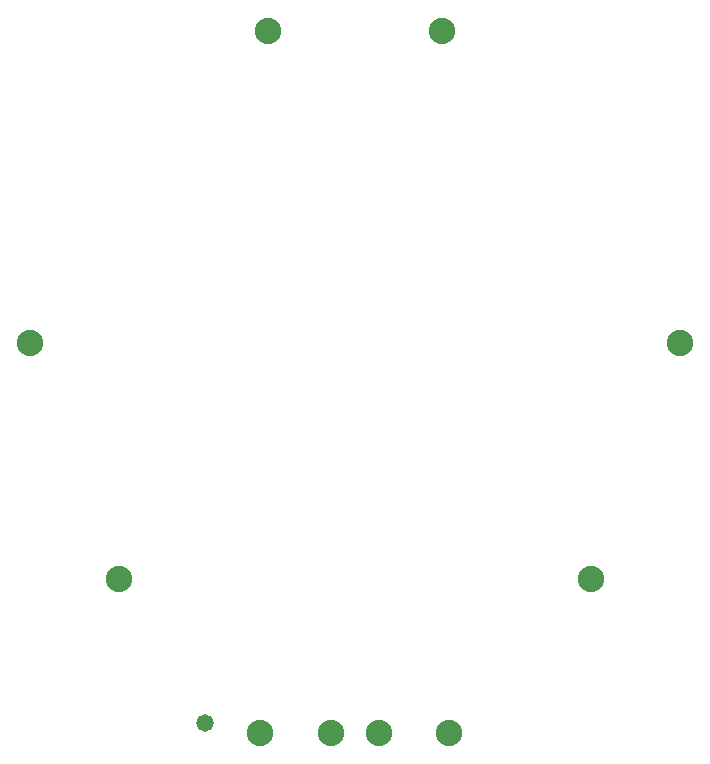
<source format=gbs>
G04*
G04 #@! TF.GenerationSoftware,Altium Limited,Altium Designer,22.10.1 (41)*
G04*
G04 Layer_Color=16711935*
%FSLAX25Y25*%
%MOIN*%
G70*
G04*
G04 #@! TF.SameCoordinates,FEF3DBFB-2847-4824-BCEC-0586C65A169C*
G04*
G04*
G04 #@! TF.FilePolarity,Negative*
G04*
G01*
G75*
%ADD12C,0.08800*%
%ADD13C,0.05800*%
D12*
X-108268Y137795D02*
D03*
X7874Y7874D02*
D03*
X-7874D02*
D03*
X29134Y241732D02*
D03*
X-29134D02*
D03*
X108268Y137795D02*
D03*
X31496Y7874D02*
D03*
X-78740Y59055D02*
D03*
X78740D02*
D03*
X-31496Y7874D02*
D03*
D13*
X-50000Y11000D02*
D03*
M02*

</source>
